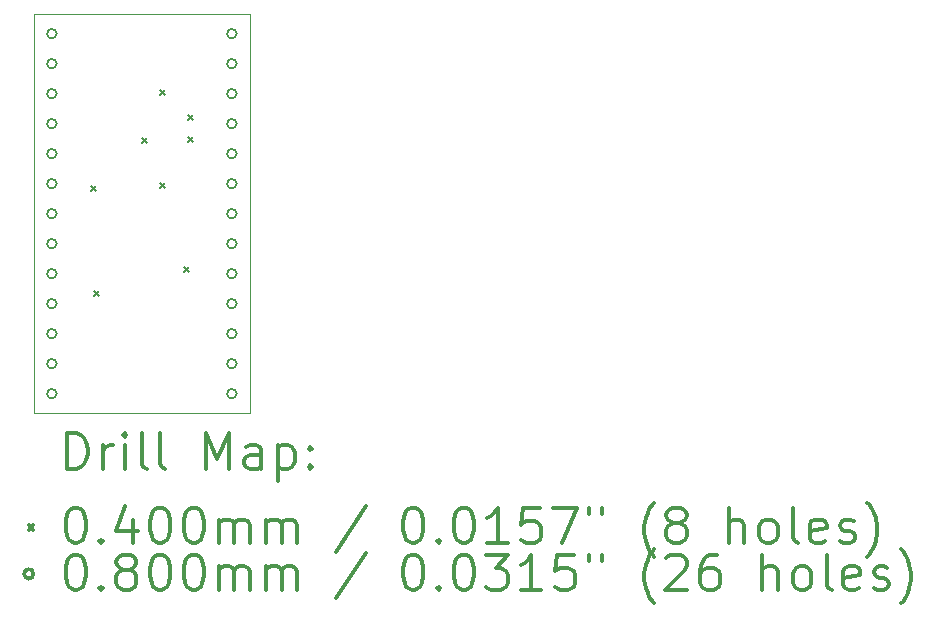
<source format=gbr>
%FSLAX45Y45*%
G04 Gerber Fmt 4.5, Leading zero omitted, Abs format (unit mm)*
G04 Created by KiCad (PCBNEW 5.1.12-84ad8e8a86~92~ubuntu20.04.1) date 2022-05-29 14:18:37*
%MOMM*%
%LPD*%
G01*
G04 APERTURE LIST*
%TA.AperFunction,Profile*%
%ADD10C,0.050000*%
%TD*%
%ADD11C,0.200000*%
%ADD12C,0.300000*%
G04 APERTURE END LIST*
D10*
X12598400Y-9753600D02*
X12598400Y-6375400D01*
X14427200Y-9753600D02*
X12598400Y-9753600D01*
X14427200Y-6375400D02*
X14427200Y-9753600D01*
X12598400Y-6375400D02*
X14427200Y-6375400D01*
D11*
X13085607Y-7828747D02*
X13125607Y-7868747D01*
X13125607Y-7828747D02*
X13085607Y-7868747D01*
X13111800Y-8717600D02*
X13151800Y-8757600D01*
X13151800Y-8717600D02*
X13111800Y-8757600D01*
X13518200Y-7422200D02*
X13558200Y-7462200D01*
X13558200Y-7422200D02*
X13518200Y-7462200D01*
X13670600Y-7015800D02*
X13710600Y-7055800D01*
X13710600Y-7015800D02*
X13670600Y-7055800D01*
X13670600Y-7803200D02*
X13710600Y-7843200D01*
X13710600Y-7803200D02*
X13670600Y-7843200D01*
X13873800Y-8514400D02*
X13913800Y-8554400D01*
X13913800Y-8514400D02*
X13873800Y-8554400D01*
X13906254Y-7226054D02*
X13946254Y-7266054D01*
X13946254Y-7226054D02*
X13906254Y-7266054D01*
X13906254Y-7416946D02*
X13946254Y-7456946D01*
X13946254Y-7416946D02*
X13906254Y-7456946D01*
X12791600Y-6538200D02*
G75*
G03*
X12791600Y-6538200I-40000J0D01*
G01*
X12791600Y-6792200D02*
G75*
G03*
X12791600Y-6792200I-40000J0D01*
G01*
X12791600Y-7046200D02*
G75*
G03*
X12791600Y-7046200I-40000J0D01*
G01*
X12791600Y-7300200D02*
G75*
G03*
X12791600Y-7300200I-40000J0D01*
G01*
X12791600Y-7554200D02*
G75*
G03*
X12791600Y-7554200I-40000J0D01*
G01*
X12791600Y-7808200D02*
G75*
G03*
X12791600Y-7808200I-40000J0D01*
G01*
X12791600Y-8062200D02*
G75*
G03*
X12791600Y-8062200I-40000J0D01*
G01*
X12791600Y-8316200D02*
G75*
G03*
X12791600Y-8316200I-40000J0D01*
G01*
X12791600Y-8570200D02*
G75*
G03*
X12791600Y-8570200I-40000J0D01*
G01*
X12791600Y-8824200D02*
G75*
G03*
X12791600Y-8824200I-40000J0D01*
G01*
X12791600Y-9078200D02*
G75*
G03*
X12791600Y-9078200I-40000J0D01*
G01*
X12791600Y-9332200D02*
G75*
G03*
X12791600Y-9332200I-40000J0D01*
G01*
X12791600Y-9586200D02*
G75*
G03*
X12791600Y-9586200I-40000J0D01*
G01*
X14315600Y-6538200D02*
G75*
G03*
X14315600Y-6538200I-40000J0D01*
G01*
X14315600Y-6792200D02*
G75*
G03*
X14315600Y-6792200I-40000J0D01*
G01*
X14315600Y-7046200D02*
G75*
G03*
X14315600Y-7046200I-40000J0D01*
G01*
X14315600Y-7300200D02*
G75*
G03*
X14315600Y-7300200I-40000J0D01*
G01*
X14315600Y-7554200D02*
G75*
G03*
X14315600Y-7554200I-40000J0D01*
G01*
X14315600Y-7808200D02*
G75*
G03*
X14315600Y-7808200I-40000J0D01*
G01*
X14315600Y-8062200D02*
G75*
G03*
X14315600Y-8062200I-40000J0D01*
G01*
X14315600Y-8316200D02*
G75*
G03*
X14315600Y-8316200I-40000J0D01*
G01*
X14315600Y-8570200D02*
G75*
G03*
X14315600Y-8570200I-40000J0D01*
G01*
X14315600Y-8824200D02*
G75*
G03*
X14315600Y-8824200I-40000J0D01*
G01*
X14315600Y-9078200D02*
G75*
G03*
X14315600Y-9078200I-40000J0D01*
G01*
X14315600Y-9332200D02*
G75*
G03*
X14315600Y-9332200I-40000J0D01*
G01*
X14315600Y-9586200D02*
G75*
G03*
X14315600Y-9586200I-40000J0D01*
G01*
D12*
X12882328Y-10221814D02*
X12882328Y-9921814D01*
X12953757Y-9921814D01*
X12996614Y-9936100D01*
X13025186Y-9964672D01*
X13039471Y-9993243D01*
X13053757Y-10050386D01*
X13053757Y-10093243D01*
X13039471Y-10150386D01*
X13025186Y-10178957D01*
X12996614Y-10207529D01*
X12953757Y-10221814D01*
X12882328Y-10221814D01*
X13182328Y-10221814D02*
X13182328Y-10021814D01*
X13182328Y-10078957D02*
X13196614Y-10050386D01*
X13210900Y-10036100D01*
X13239471Y-10021814D01*
X13268043Y-10021814D01*
X13368043Y-10221814D02*
X13368043Y-10021814D01*
X13368043Y-9921814D02*
X13353757Y-9936100D01*
X13368043Y-9950386D01*
X13382328Y-9936100D01*
X13368043Y-9921814D01*
X13368043Y-9950386D01*
X13553757Y-10221814D02*
X13525186Y-10207529D01*
X13510900Y-10178957D01*
X13510900Y-9921814D01*
X13710900Y-10221814D02*
X13682328Y-10207529D01*
X13668043Y-10178957D01*
X13668043Y-9921814D01*
X14053757Y-10221814D02*
X14053757Y-9921814D01*
X14153757Y-10136100D01*
X14253757Y-9921814D01*
X14253757Y-10221814D01*
X14525186Y-10221814D02*
X14525186Y-10064672D01*
X14510900Y-10036100D01*
X14482328Y-10021814D01*
X14425186Y-10021814D01*
X14396614Y-10036100D01*
X14525186Y-10207529D02*
X14496614Y-10221814D01*
X14425186Y-10221814D01*
X14396614Y-10207529D01*
X14382328Y-10178957D01*
X14382328Y-10150386D01*
X14396614Y-10121814D01*
X14425186Y-10107529D01*
X14496614Y-10107529D01*
X14525186Y-10093243D01*
X14668043Y-10021814D02*
X14668043Y-10321814D01*
X14668043Y-10036100D02*
X14696614Y-10021814D01*
X14753757Y-10021814D01*
X14782328Y-10036100D01*
X14796614Y-10050386D01*
X14810900Y-10078957D01*
X14810900Y-10164672D01*
X14796614Y-10193243D01*
X14782328Y-10207529D01*
X14753757Y-10221814D01*
X14696614Y-10221814D01*
X14668043Y-10207529D01*
X14939471Y-10193243D02*
X14953757Y-10207529D01*
X14939471Y-10221814D01*
X14925186Y-10207529D01*
X14939471Y-10193243D01*
X14939471Y-10221814D01*
X14939471Y-10036100D02*
X14953757Y-10050386D01*
X14939471Y-10064672D01*
X14925186Y-10050386D01*
X14939471Y-10036100D01*
X14939471Y-10064672D01*
X12555900Y-10696100D02*
X12595900Y-10736100D01*
X12595900Y-10696100D02*
X12555900Y-10736100D01*
X12939471Y-10551814D02*
X12968043Y-10551814D01*
X12996614Y-10566100D01*
X13010900Y-10580386D01*
X13025186Y-10608957D01*
X13039471Y-10666100D01*
X13039471Y-10737529D01*
X13025186Y-10794672D01*
X13010900Y-10823243D01*
X12996614Y-10837529D01*
X12968043Y-10851814D01*
X12939471Y-10851814D01*
X12910900Y-10837529D01*
X12896614Y-10823243D01*
X12882328Y-10794672D01*
X12868043Y-10737529D01*
X12868043Y-10666100D01*
X12882328Y-10608957D01*
X12896614Y-10580386D01*
X12910900Y-10566100D01*
X12939471Y-10551814D01*
X13168043Y-10823243D02*
X13182328Y-10837529D01*
X13168043Y-10851814D01*
X13153757Y-10837529D01*
X13168043Y-10823243D01*
X13168043Y-10851814D01*
X13439471Y-10651814D02*
X13439471Y-10851814D01*
X13368043Y-10537529D02*
X13296614Y-10751814D01*
X13482328Y-10751814D01*
X13653757Y-10551814D02*
X13682328Y-10551814D01*
X13710900Y-10566100D01*
X13725186Y-10580386D01*
X13739471Y-10608957D01*
X13753757Y-10666100D01*
X13753757Y-10737529D01*
X13739471Y-10794672D01*
X13725186Y-10823243D01*
X13710900Y-10837529D01*
X13682328Y-10851814D01*
X13653757Y-10851814D01*
X13625186Y-10837529D01*
X13610900Y-10823243D01*
X13596614Y-10794672D01*
X13582328Y-10737529D01*
X13582328Y-10666100D01*
X13596614Y-10608957D01*
X13610900Y-10580386D01*
X13625186Y-10566100D01*
X13653757Y-10551814D01*
X13939471Y-10551814D02*
X13968043Y-10551814D01*
X13996614Y-10566100D01*
X14010900Y-10580386D01*
X14025186Y-10608957D01*
X14039471Y-10666100D01*
X14039471Y-10737529D01*
X14025186Y-10794672D01*
X14010900Y-10823243D01*
X13996614Y-10837529D01*
X13968043Y-10851814D01*
X13939471Y-10851814D01*
X13910900Y-10837529D01*
X13896614Y-10823243D01*
X13882328Y-10794672D01*
X13868043Y-10737529D01*
X13868043Y-10666100D01*
X13882328Y-10608957D01*
X13896614Y-10580386D01*
X13910900Y-10566100D01*
X13939471Y-10551814D01*
X14168043Y-10851814D02*
X14168043Y-10651814D01*
X14168043Y-10680386D02*
X14182328Y-10666100D01*
X14210900Y-10651814D01*
X14253757Y-10651814D01*
X14282328Y-10666100D01*
X14296614Y-10694672D01*
X14296614Y-10851814D01*
X14296614Y-10694672D02*
X14310900Y-10666100D01*
X14339471Y-10651814D01*
X14382328Y-10651814D01*
X14410900Y-10666100D01*
X14425186Y-10694672D01*
X14425186Y-10851814D01*
X14568043Y-10851814D02*
X14568043Y-10651814D01*
X14568043Y-10680386D02*
X14582328Y-10666100D01*
X14610900Y-10651814D01*
X14653757Y-10651814D01*
X14682328Y-10666100D01*
X14696614Y-10694672D01*
X14696614Y-10851814D01*
X14696614Y-10694672D02*
X14710900Y-10666100D01*
X14739471Y-10651814D01*
X14782328Y-10651814D01*
X14810900Y-10666100D01*
X14825186Y-10694672D01*
X14825186Y-10851814D01*
X15410900Y-10537529D02*
X15153757Y-10923243D01*
X15796614Y-10551814D02*
X15825186Y-10551814D01*
X15853757Y-10566100D01*
X15868043Y-10580386D01*
X15882328Y-10608957D01*
X15896614Y-10666100D01*
X15896614Y-10737529D01*
X15882328Y-10794672D01*
X15868043Y-10823243D01*
X15853757Y-10837529D01*
X15825186Y-10851814D01*
X15796614Y-10851814D01*
X15768043Y-10837529D01*
X15753757Y-10823243D01*
X15739471Y-10794672D01*
X15725186Y-10737529D01*
X15725186Y-10666100D01*
X15739471Y-10608957D01*
X15753757Y-10580386D01*
X15768043Y-10566100D01*
X15796614Y-10551814D01*
X16025186Y-10823243D02*
X16039471Y-10837529D01*
X16025186Y-10851814D01*
X16010900Y-10837529D01*
X16025186Y-10823243D01*
X16025186Y-10851814D01*
X16225186Y-10551814D02*
X16253757Y-10551814D01*
X16282328Y-10566100D01*
X16296614Y-10580386D01*
X16310900Y-10608957D01*
X16325186Y-10666100D01*
X16325186Y-10737529D01*
X16310900Y-10794672D01*
X16296614Y-10823243D01*
X16282328Y-10837529D01*
X16253757Y-10851814D01*
X16225186Y-10851814D01*
X16196614Y-10837529D01*
X16182328Y-10823243D01*
X16168043Y-10794672D01*
X16153757Y-10737529D01*
X16153757Y-10666100D01*
X16168043Y-10608957D01*
X16182328Y-10580386D01*
X16196614Y-10566100D01*
X16225186Y-10551814D01*
X16610900Y-10851814D02*
X16439471Y-10851814D01*
X16525186Y-10851814D02*
X16525186Y-10551814D01*
X16496614Y-10594672D01*
X16468043Y-10623243D01*
X16439471Y-10637529D01*
X16882328Y-10551814D02*
X16739471Y-10551814D01*
X16725186Y-10694672D01*
X16739471Y-10680386D01*
X16768043Y-10666100D01*
X16839471Y-10666100D01*
X16868043Y-10680386D01*
X16882328Y-10694672D01*
X16896614Y-10723243D01*
X16896614Y-10794672D01*
X16882328Y-10823243D01*
X16868043Y-10837529D01*
X16839471Y-10851814D01*
X16768043Y-10851814D01*
X16739471Y-10837529D01*
X16725186Y-10823243D01*
X16996614Y-10551814D02*
X17196614Y-10551814D01*
X17068043Y-10851814D01*
X17296614Y-10551814D02*
X17296614Y-10608957D01*
X17410900Y-10551814D02*
X17410900Y-10608957D01*
X17853757Y-10966100D02*
X17839471Y-10951814D01*
X17810900Y-10908957D01*
X17796614Y-10880386D01*
X17782328Y-10837529D01*
X17768043Y-10766100D01*
X17768043Y-10708957D01*
X17782328Y-10637529D01*
X17796614Y-10594672D01*
X17810900Y-10566100D01*
X17839471Y-10523243D01*
X17853757Y-10508957D01*
X18010900Y-10680386D02*
X17982328Y-10666100D01*
X17968043Y-10651814D01*
X17953757Y-10623243D01*
X17953757Y-10608957D01*
X17968043Y-10580386D01*
X17982328Y-10566100D01*
X18010900Y-10551814D01*
X18068043Y-10551814D01*
X18096614Y-10566100D01*
X18110900Y-10580386D01*
X18125186Y-10608957D01*
X18125186Y-10623243D01*
X18110900Y-10651814D01*
X18096614Y-10666100D01*
X18068043Y-10680386D01*
X18010900Y-10680386D01*
X17982328Y-10694672D01*
X17968043Y-10708957D01*
X17953757Y-10737529D01*
X17953757Y-10794672D01*
X17968043Y-10823243D01*
X17982328Y-10837529D01*
X18010900Y-10851814D01*
X18068043Y-10851814D01*
X18096614Y-10837529D01*
X18110900Y-10823243D01*
X18125186Y-10794672D01*
X18125186Y-10737529D01*
X18110900Y-10708957D01*
X18096614Y-10694672D01*
X18068043Y-10680386D01*
X18482328Y-10851814D02*
X18482328Y-10551814D01*
X18610900Y-10851814D02*
X18610900Y-10694672D01*
X18596614Y-10666100D01*
X18568043Y-10651814D01*
X18525186Y-10651814D01*
X18496614Y-10666100D01*
X18482328Y-10680386D01*
X18796614Y-10851814D02*
X18768043Y-10837529D01*
X18753757Y-10823243D01*
X18739471Y-10794672D01*
X18739471Y-10708957D01*
X18753757Y-10680386D01*
X18768043Y-10666100D01*
X18796614Y-10651814D01*
X18839471Y-10651814D01*
X18868043Y-10666100D01*
X18882328Y-10680386D01*
X18896614Y-10708957D01*
X18896614Y-10794672D01*
X18882328Y-10823243D01*
X18868043Y-10837529D01*
X18839471Y-10851814D01*
X18796614Y-10851814D01*
X19068043Y-10851814D02*
X19039471Y-10837529D01*
X19025186Y-10808957D01*
X19025186Y-10551814D01*
X19296614Y-10837529D02*
X19268043Y-10851814D01*
X19210900Y-10851814D01*
X19182328Y-10837529D01*
X19168043Y-10808957D01*
X19168043Y-10694672D01*
X19182328Y-10666100D01*
X19210900Y-10651814D01*
X19268043Y-10651814D01*
X19296614Y-10666100D01*
X19310900Y-10694672D01*
X19310900Y-10723243D01*
X19168043Y-10751814D01*
X19425186Y-10837529D02*
X19453757Y-10851814D01*
X19510900Y-10851814D01*
X19539471Y-10837529D01*
X19553757Y-10808957D01*
X19553757Y-10794672D01*
X19539471Y-10766100D01*
X19510900Y-10751814D01*
X19468043Y-10751814D01*
X19439471Y-10737529D01*
X19425186Y-10708957D01*
X19425186Y-10694672D01*
X19439471Y-10666100D01*
X19468043Y-10651814D01*
X19510900Y-10651814D01*
X19539471Y-10666100D01*
X19653757Y-10966100D02*
X19668043Y-10951814D01*
X19696614Y-10908957D01*
X19710900Y-10880386D01*
X19725186Y-10837529D01*
X19739471Y-10766100D01*
X19739471Y-10708957D01*
X19725186Y-10637529D01*
X19710900Y-10594672D01*
X19696614Y-10566100D01*
X19668043Y-10523243D01*
X19653757Y-10508957D01*
X12595900Y-11112100D02*
G75*
G03*
X12595900Y-11112100I-40000J0D01*
G01*
X12939471Y-10947814D02*
X12968043Y-10947814D01*
X12996614Y-10962100D01*
X13010900Y-10976386D01*
X13025186Y-11004957D01*
X13039471Y-11062100D01*
X13039471Y-11133529D01*
X13025186Y-11190671D01*
X13010900Y-11219243D01*
X12996614Y-11233529D01*
X12968043Y-11247814D01*
X12939471Y-11247814D01*
X12910900Y-11233529D01*
X12896614Y-11219243D01*
X12882328Y-11190671D01*
X12868043Y-11133529D01*
X12868043Y-11062100D01*
X12882328Y-11004957D01*
X12896614Y-10976386D01*
X12910900Y-10962100D01*
X12939471Y-10947814D01*
X13168043Y-11219243D02*
X13182328Y-11233529D01*
X13168043Y-11247814D01*
X13153757Y-11233529D01*
X13168043Y-11219243D01*
X13168043Y-11247814D01*
X13353757Y-11076386D02*
X13325186Y-11062100D01*
X13310900Y-11047814D01*
X13296614Y-11019243D01*
X13296614Y-11004957D01*
X13310900Y-10976386D01*
X13325186Y-10962100D01*
X13353757Y-10947814D01*
X13410900Y-10947814D01*
X13439471Y-10962100D01*
X13453757Y-10976386D01*
X13468043Y-11004957D01*
X13468043Y-11019243D01*
X13453757Y-11047814D01*
X13439471Y-11062100D01*
X13410900Y-11076386D01*
X13353757Y-11076386D01*
X13325186Y-11090672D01*
X13310900Y-11104957D01*
X13296614Y-11133529D01*
X13296614Y-11190671D01*
X13310900Y-11219243D01*
X13325186Y-11233529D01*
X13353757Y-11247814D01*
X13410900Y-11247814D01*
X13439471Y-11233529D01*
X13453757Y-11219243D01*
X13468043Y-11190671D01*
X13468043Y-11133529D01*
X13453757Y-11104957D01*
X13439471Y-11090672D01*
X13410900Y-11076386D01*
X13653757Y-10947814D02*
X13682328Y-10947814D01*
X13710900Y-10962100D01*
X13725186Y-10976386D01*
X13739471Y-11004957D01*
X13753757Y-11062100D01*
X13753757Y-11133529D01*
X13739471Y-11190671D01*
X13725186Y-11219243D01*
X13710900Y-11233529D01*
X13682328Y-11247814D01*
X13653757Y-11247814D01*
X13625186Y-11233529D01*
X13610900Y-11219243D01*
X13596614Y-11190671D01*
X13582328Y-11133529D01*
X13582328Y-11062100D01*
X13596614Y-11004957D01*
X13610900Y-10976386D01*
X13625186Y-10962100D01*
X13653757Y-10947814D01*
X13939471Y-10947814D02*
X13968043Y-10947814D01*
X13996614Y-10962100D01*
X14010900Y-10976386D01*
X14025186Y-11004957D01*
X14039471Y-11062100D01*
X14039471Y-11133529D01*
X14025186Y-11190671D01*
X14010900Y-11219243D01*
X13996614Y-11233529D01*
X13968043Y-11247814D01*
X13939471Y-11247814D01*
X13910900Y-11233529D01*
X13896614Y-11219243D01*
X13882328Y-11190671D01*
X13868043Y-11133529D01*
X13868043Y-11062100D01*
X13882328Y-11004957D01*
X13896614Y-10976386D01*
X13910900Y-10962100D01*
X13939471Y-10947814D01*
X14168043Y-11247814D02*
X14168043Y-11047814D01*
X14168043Y-11076386D02*
X14182328Y-11062100D01*
X14210900Y-11047814D01*
X14253757Y-11047814D01*
X14282328Y-11062100D01*
X14296614Y-11090672D01*
X14296614Y-11247814D01*
X14296614Y-11090672D02*
X14310900Y-11062100D01*
X14339471Y-11047814D01*
X14382328Y-11047814D01*
X14410900Y-11062100D01*
X14425186Y-11090672D01*
X14425186Y-11247814D01*
X14568043Y-11247814D02*
X14568043Y-11047814D01*
X14568043Y-11076386D02*
X14582328Y-11062100D01*
X14610900Y-11047814D01*
X14653757Y-11047814D01*
X14682328Y-11062100D01*
X14696614Y-11090672D01*
X14696614Y-11247814D01*
X14696614Y-11090672D02*
X14710900Y-11062100D01*
X14739471Y-11047814D01*
X14782328Y-11047814D01*
X14810900Y-11062100D01*
X14825186Y-11090672D01*
X14825186Y-11247814D01*
X15410900Y-10933529D02*
X15153757Y-11319243D01*
X15796614Y-10947814D02*
X15825186Y-10947814D01*
X15853757Y-10962100D01*
X15868043Y-10976386D01*
X15882328Y-11004957D01*
X15896614Y-11062100D01*
X15896614Y-11133529D01*
X15882328Y-11190671D01*
X15868043Y-11219243D01*
X15853757Y-11233529D01*
X15825186Y-11247814D01*
X15796614Y-11247814D01*
X15768043Y-11233529D01*
X15753757Y-11219243D01*
X15739471Y-11190671D01*
X15725186Y-11133529D01*
X15725186Y-11062100D01*
X15739471Y-11004957D01*
X15753757Y-10976386D01*
X15768043Y-10962100D01*
X15796614Y-10947814D01*
X16025186Y-11219243D02*
X16039471Y-11233529D01*
X16025186Y-11247814D01*
X16010900Y-11233529D01*
X16025186Y-11219243D01*
X16025186Y-11247814D01*
X16225186Y-10947814D02*
X16253757Y-10947814D01*
X16282328Y-10962100D01*
X16296614Y-10976386D01*
X16310900Y-11004957D01*
X16325186Y-11062100D01*
X16325186Y-11133529D01*
X16310900Y-11190671D01*
X16296614Y-11219243D01*
X16282328Y-11233529D01*
X16253757Y-11247814D01*
X16225186Y-11247814D01*
X16196614Y-11233529D01*
X16182328Y-11219243D01*
X16168043Y-11190671D01*
X16153757Y-11133529D01*
X16153757Y-11062100D01*
X16168043Y-11004957D01*
X16182328Y-10976386D01*
X16196614Y-10962100D01*
X16225186Y-10947814D01*
X16425186Y-10947814D02*
X16610900Y-10947814D01*
X16510900Y-11062100D01*
X16553757Y-11062100D01*
X16582328Y-11076386D01*
X16596614Y-11090672D01*
X16610900Y-11119243D01*
X16610900Y-11190671D01*
X16596614Y-11219243D01*
X16582328Y-11233529D01*
X16553757Y-11247814D01*
X16468043Y-11247814D01*
X16439471Y-11233529D01*
X16425186Y-11219243D01*
X16896614Y-11247814D02*
X16725186Y-11247814D01*
X16810900Y-11247814D02*
X16810900Y-10947814D01*
X16782328Y-10990672D01*
X16753757Y-11019243D01*
X16725186Y-11033529D01*
X17168043Y-10947814D02*
X17025186Y-10947814D01*
X17010900Y-11090672D01*
X17025186Y-11076386D01*
X17053757Y-11062100D01*
X17125186Y-11062100D01*
X17153757Y-11076386D01*
X17168043Y-11090672D01*
X17182328Y-11119243D01*
X17182328Y-11190671D01*
X17168043Y-11219243D01*
X17153757Y-11233529D01*
X17125186Y-11247814D01*
X17053757Y-11247814D01*
X17025186Y-11233529D01*
X17010900Y-11219243D01*
X17296614Y-10947814D02*
X17296614Y-11004957D01*
X17410900Y-10947814D02*
X17410900Y-11004957D01*
X17853757Y-11362100D02*
X17839471Y-11347814D01*
X17810900Y-11304957D01*
X17796614Y-11276386D01*
X17782328Y-11233529D01*
X17768043Y-11162100D01*
X17768043Y-11104957D01*
X17782328Y-11033529D01*
X17796614Y-10990672D01*
X17810900Y-10962100D01*
X17839471Y-10919243D01*
X17853757Y-10904957D01*
X17953757Y-10976386D02*
X17968043Y-10962100D01*
X17996614Y-10947814D01*
X18068043Y-10947814D01*
X18096614Y-10962100D01*
X18110900Y-10976386D01*
X18125186Y-11004957D01*
X18125186Y-11033529D01*
X18110900Y-11076386D01*
X17939471Y-11247814D01*
X18125186Y-11247814D01*
X18382328Y-10947814D02*
X18325186Y-10947814D01*
X18296614Y-10962100D01*
X18282328Y-10976386D01*
X18253757Y-11019243D01*
X18239471Y-11076386D01*
X18239471Y-11190671D01*
X18253757Y-11219243D01*
X18268043Y-11233529D01*
X18296614Y-11247814D01*
X18353757Y-11247814D01*
X18382328Y-11233529D01*
X18396614Y-11219243D01*
X18410900Y-11190671D01*
X18410900Y-11119243D01*
X18396614Y-11090672D01*
X18382328Y-11076386D01*
X18353757Y-11062100D01*
X18296614Y-11062100D01*
X18268043Y-11076386D01*
X18253757Y-11090672D01*
X18239471Y-11119243D01*
X18768043Y-11247814D02*
X18768043Y-10947814D01*
X18896614Y-11247814D02*
X18896614Y-11090672D01*
X18882328Y-11062100D01*
X18853757Y-11047814D01*
X18810900Y-11047814D01*
X18782328Y-11062100D01*
X18768043Y-11076386D01*
X19082328Y-11247814D02*
X19053757Y-11233529D01*
X19039471Y-11219243D01*
X19025186Y-11190671D01*
X19025186Y-11104957D01*
X19039471Y-11076386D01*
X19053757Y-11062100D01*
X19082328Y-11047814D01*
X19125186Y-11047814D01*
X19153757Y-11062100D01*
X19168043Y-11076386D01*
X19182328Y-11104957D01*
X19182328Y-11190671D01*
X19168043Y-11219243D01*
X19153757Y-11233529D01*
X19125186Y-11247814D01*
X19082328Y-11247814D01*
X19353757Y-11247814D02*
X19325186Y-11233529D01*
X19310900Y-11204957D01*
X19310900Y-10947814D01*
X19582328Y-11233529D02*
X19553757Y-11247814D01*
X19496614Y-11247814D01*
X19468043Y-11233529D01*
X19453757Y-11204957D01*
X19453757Y-11090672D01*
X19468043Y-11062100D01*
X19496614Y-11047814D01*
X19553757Y-11047814D01*
X19582328Y-11062100D01*
X19596614Y-11090672D01*
X19596614Y-11119243D01*
X19453757Y-11147814D01*
X19710900Y-11233529D02*
X19739471Y-11247814D01*
X19796614Y-11247814D01*
X19825186Y-11233529D01*
X19839471Y-11204957D01*
X19839471Y-11190671D01*
X19825186Y-11162100D01*
X19796614Y-11147814D01*
X19753757Y-11147814D01*
X19725186Y-11133529D01*
X19710900Y-11104957D01*
X19710900Y-11090672D01*
X19725186Y-11062100D01*
X19753757Y-11047814D01*
X19796614Y-11047814D01*
X19825186Y-11062100D01*
X19939471Y-11362100D02*
X19953757Y-11347814D01*
X19982328Y-11304957D01*
X19996614Y-11276386D01*
X20010900Y-11233529D01*
X20025186Y-11162100D01*
X20025186Y-11104957D01*
X20010900Y-11033529D01*
X19996614Y-10990672D01*
X19982328Y-10962100D01*
X19953757Y-10919243D01*
X19939471Y-10904957D01*
M02*

</source>
